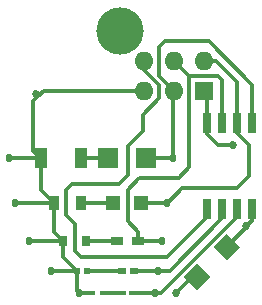
<source format=gtl>
G04 #@! TF.FileFunction,Copper,L1,Top,Signal*
%FSLAX46Y46*%
G04 Gerber Fmt 4.6, Leading zero omitted, Abs format (unit mm)*
G04 Created by KiCad (PCBNEW 4.0.7) date 06/29/18 14:26:30*
%MOMM*%
%LPD*%
G01*
G04 APERTURE LIST*
%ADD10C,0.100000*%
%ADD11C,4.000000*%
%ADD12R,0.400000X0.400000*%
%ADD13R,0.700000X0.600000*%
%ADD14O,1.600000X1.600000*%
%ADD15R,1.600000X1.600000*%
%ADD16R,1.700000X1.800860*%
%ADD17R,1.300000X1.198880*%
%ADD18R,1.000000X0.797560*%
%ADD19R,0.650000X1.700000*%
%ADD20O,0.508000X0.762000*%
%ADD21R,1.100000X1.700000*%
%ADD22R,0.900000X1.300000*%
%ADD23R,0.700000X0.900000*%
%ADD24R,0.600000X0.600000*%
%ADD25R,0.450000X0.430000*%
%ADD26C,0.685800*%
%ADD27C,0.304800*%
G04 APERTURE END LIST*
D10*
D11*
X207645000Y-81280000D03*
D12*
X207980000Y-103505000D03*
X208580000Y-103505000D03*
D13*
X207780000Y-101600000D03*
X208780000Y-101600000D03*
D10*
G36*
X216649236Y-98449393D02*
X217780607Y-99580764D01*
X216649236Y-100712135D01*
X215517865Y-99580764D01*
X216649236Y-98449393D01*
X216649236Y-98449393D01*
G37*
G36*
X214134764Y-100963865D02*
X215266135Y-102095236D01*
X214134764Y-103226607D01*
X213003393Y-102095236D01*
X214134764Y-100963865D01*
X214134764Y-100963865D01*
G37*
D14*
X214757000Y-83820000D03*
D15*
X214757000Y-86360000D03*
D14*
X212217000Y-83820000D03*
X212217000Y-86360000D03*
X209677000Y-83820000D03*
X209677000Y-86360000D03*
D16*
X209804000Y-92075000D03*
X206629000Y-92075000D03*
D17*
X209423000Y-95885000D03*
X207010000Y-95885000D03*
D18*
X209169000Y-99060000D03*
X207391000Y-99060000D03*
D19*
X215011000Y-96360000D03*
X216281000Y-96360000D03*
X217551000Y-96360000D03*
X218821000Y-96360000D03*
X218821000Y-89060000D03*
X217551000Y-89060000D03*
X216281000Y-89060000D03*
X215011000Y-89060000D03*
D20*
X212090000Y-92075000D03*
X211582000Y-95885000D03*
X211201000Y-99060000D03*
X210820000Y-101600000D03*
X210566000Y-103505000D03*
X198247000Y-92075000D03*
X198691500Y-95885000D03*
X199898000Y-99060000D03*
X201739500Y-101600000D03*
X204152500Y-103505000D03*
D21*
X204343000Y-92075000D03*
X200914000Y-92075000D03*
D22*
X204343000Y-95885000D03*
X202057000Y-95885000D03*
D23*
X204724000Y-99060000D03*
X202819000Y-99060000D03*
D24*
X204870000Y-101600000D03*
X203970000Y-101600000D03*
D25*
X206140000Y-103505000D03*
X205340000Y-103505000D03*
D26*
X200469500Y-86614000D03*
X218313000Y-97790000D03*
X212344000Y-103505000D03*
X217170000Y-90932000D03*
D27*
X204152500Y-103505000D02*
X205340000Y-103505000D01*
X203970000Y-101600000D02*
X203970000Y-103322500D01*
X203970000Y-103322500D02*
X204152500Y-103505000D01*
X200660000Y-86804500D02*
X200533000Y-86677500D01*
X200533000Y-86677500D02*
X200469500Y-86614000D01*
X218821000Y-96360000D02*
X218821000Y-97282000D01*
X218821000Y-97282000D02*
X218313000Y-97790000D01*
X216425214Y-99804786D02*
X218821000Y-97409000D01*
X218821000Y-97409000D02*
X218821000Y-96360000D01*
X202819000Y-99060000D02*
X202819000Y-100449000D01*
X202819000Y-100449000D02*
X203970000Y-101600000D01*
X202057000Y-95885000D02*
X202057000Y-98298000D01*
X202057000Y-98298000D02*
X202819000Y-99060000D01*
X200914000Y-92075000D02*
X200914000Y-94742000D01*
X200914000Y-94742000D02*
X202057000Y-95885000D01*
X209677000Y-86360000D02*
X201168000Y-86360000D01*
X200279000Y-91440000D02*
X200914000Y-92075000D01*
X200279000Y-87249000D02*
X200279000Y-91440000D01*
X201168000Y-86360000D02*
X200660000Y-86804500D01*
X200660000Y-86804500D02*
X200279000Y-87249000D01*
X201739500Y-101600000D02*
X203970000Y-101600000D01*
X199898000Y-99060000D02*
X202819000Y-99060000D01*
X198818500Y-95885000D02*
X202057000Y-95885000D01*
X200914000Y-92075000D02*
X198247000Y-92075000D01*
X212344000Y-103505000D02*
X213753764Y-102095236D01*
X213753764Y-102095236D02*
X214134764Y-102095236D01*
X215011000Y-89060000D02*
X215011000Y-90043000D01*
X215900000Y-90932000D02*
X217170000Y-90932000D01*
X215011000Y-90043000D02*
X215900000Y-90932000D01*
X213977786Y-102252214D02*
X213850786Y-102252214D01*
X215011000Y-89060000D02*
X215011000Y-86614000D01*
X215011000Y-86614000D02*
X214757000Y-86360000D01*
X217551000Y-89060000D02*
X217551000Y-89916000D01*
X212852000Y-94615000D02*
X215519000Y-94615000D01*
X212852000Y-94615000D02*
X211709000Y-95885000D01*
X217551000Y-94615000D02*
X215519000Y-94615000D01*
X218567000Y-93599000D02*
X217551000Y-94615000D01*
X218567000Y-90932000D02*
X218567000Y-93599000D01*
X217551000Y-89916000D02*
X218567000Y-90932000D01*
X211582000Y-95885000D02*
X211709000Y-95885000D01*
X217551000Y-89060000D02*
X217551000Y-85598000D01*
X215773000Y-83820000D02*
X214757000Y-83820000D01*
X217551000Y-85598000D02*
X215773000Y-83820000D01*
X209423000Y-95885000D02*
X211582000Y-95885000D01*
X212217000Y-83820000D02*
X213487000Y-85090000D01*
X213487000Y-85090000D02*
X213487000Y-92837000D01*
X208280000Y-94742000D02*
X209169000Y-93853000D01*
X208280000Y-97409000D02*
X208280000Y-94742000D01*
X209169000Y-98298000D02*
X208280000Y-97409000D01*
X209169000Y-99060000D02*
X209169000Y-98298000D01*
X209296000Y-93726000D02*
X209169000Y-93853000D01*
X212598000Y-93726000D02*
X209296000Y-93726000D01*
X213487000Y-92837000D02*
X212598000Y-93726000D01*
X216281000Y-89060000D02*
X216281000Y-85471000D01*
X215900000Y-85090000D02*
X213487000Y-85090000D01*
X216281000Y-85471000D02*
X215900000Y-85090000D01*
X209169000Y-99060000D02*
X211201000Y-99060000D01*
X212090000Y-92075000D02*
X212090000Y-86487000D01*
X212090000Y-86487000D02*
X212217000Y-86360000D01*
X218821000Y-89060000D02*
X218821000Y-85852000D01*
X210947000Y-85090000D02*
X212217000Y-86360000D01*
X210947000Y-82677000D02*
X210947000Y-85090000D01*
X211455000Y-82169000D02*
X210947000Y-82677000D01*
X215138000Y-82169000D02*
X211455000Y-82169000D01*
X218821000Y-85852000D02*
X215138000Y-82169000D01*
X209804000Y-92075000D02*
X212090000Y-92075000D01*
X215011000Y-96360000D02*
X215011000Y-97028000D01*
X215011000Y-97028000D02*
X211582000Y-100457000D01*
X211582000Y-100457000D02*
X204343000Y-100457000D01*
X204343000Y-100457000D02*
X203835000Y-99949000D01*
X203835000Y-99949000D02*
X203835000Y-97663000D01*
X203835000Y-97663000D02*
X203073000Y-96901000D01*
X203073000Y-96901000D02*
X203073000Y-94742000D01*
X203073000Y-94742000D02*
X203581000Y-94234000D01*
X203581000Y-94234000D02*
X207518000Y-94234000D01*
X207518000Y-94234000D02*
X208280000Y-93472000D01*
X208280000Y-93472000D02*
X208280000Y-91059000D01*
X208280000Y-91059000D02*
X209550000Y-89789000D01*
X209550000Y-89789000D02*
X209550000Y-88392000D01*
X209550000Y-88392000D02*
X210947000Y-86995000D01*
X210947000Y-86995000D02*
X210947000Y-85852000D01*
X210947000Y-85852000D02*
X209677000Y-84582000D01*
X209677000Y-84582000D02*
X209677000Y-83820000D01*
X204343000Y-95885000D02*
X207010000Y-95885000D01*
X204724000Y-99060000D02*
X207391000Y-99060000D01*
X204870000Y-101600000D02*
X207680000Y-101600000D01*
X206629000Y-92075000D02*
X204343000Y-92075000D01*
X210820000Y-101600000D02*
X211836000Y-101600000D01*
X211836000Y-101600000D02*
X216281000Y-97155000D01*
X216281000Y-97155000D02*
X216281000Y-96360000D01*
X208780000Y-101600000D02*
X210820000Y-101600000D01*
X208580000Y-103505000D02*
X209169000Y-103505000D01*
X209169000Y-103505000D02*
X210566000Y-103505000D01*
X210693000Y-103505000D02*
X211074000Y-103505000D01*
X211074000Y-103505000D02*
X217551000Y-97028000D01*
X217551000Y-97028000D02*
X217551000Y-96360000D01*
X207980000Y-103505000D02*
X207391000Y-103505000D01*
X207391000Y-103505000D02*
X206140000Y-103505000D01*
M02*

</source>
